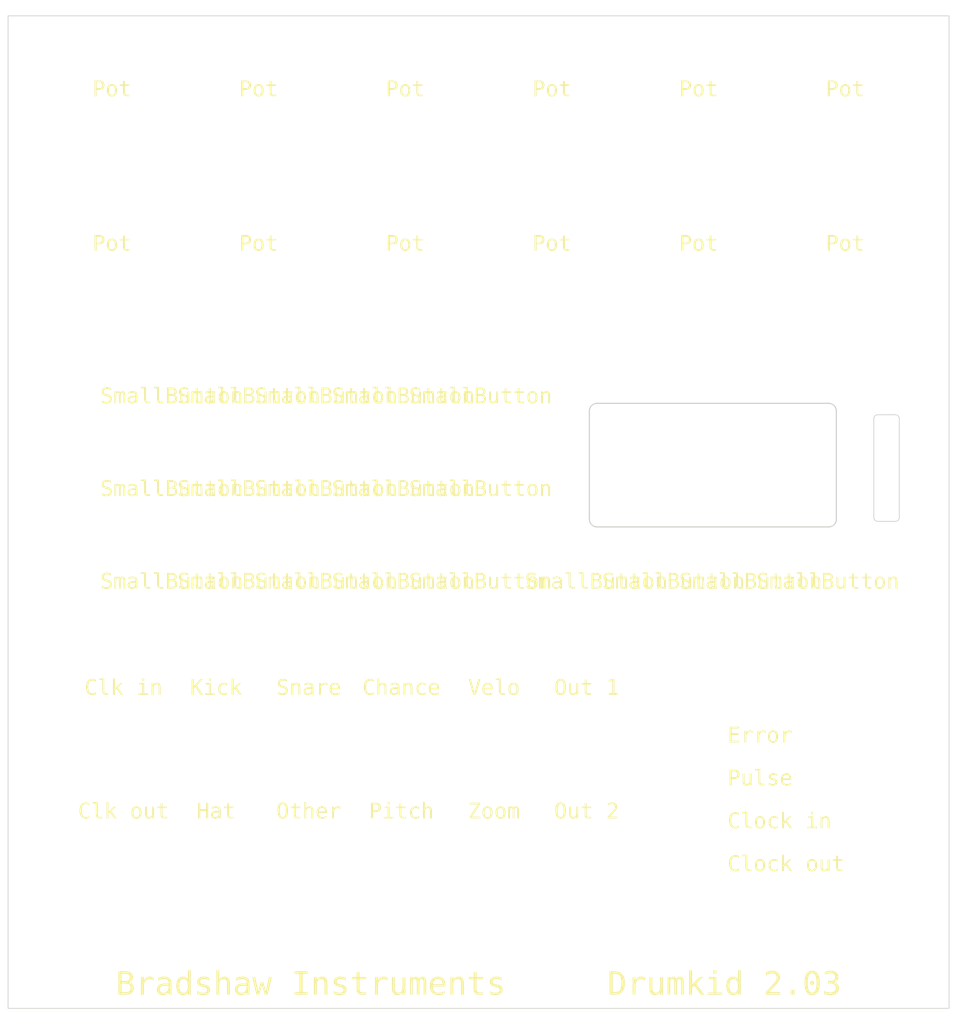
<source format=kicad_pcb>
(kicad_pcb (version 20221018) (generator pcbnew)
  (layers (0 "F.Cu" signal) (31 "B.Cu" signal) (34 "B.Paste" user) (35 "F.Paste" user) (36 "B.SilkS" user "B.Silkscreen") (37 "F.SilkS" user "F.Silkscreen") (38 "B.Mask" user) (39 "F.Mask" user) (44 "Edge.Cuts" user))
  (net 0 "")
  (footprint "Panel:Button_Hole" (layer "F.Cu") (at 105.25 99.25)
    (fp_text reference "H37")
    (fp_text value "SmallButton")
    (fp_text user "${VALUE}" (at 0 -3 unlocked) (layer "F.SilkS") (effects (font (size 2 2)) (justify bottom)))
    (pad "" np_thru_hole circle (at 0 0) (size 4.3 4.3) (drill 4.3) (layers "*.Cu" "*.Mask"))
  )
  (footprint "Panel:MountingHole_3.2mm_M3" (layer "F.Cu") (at 133.45 147.25)
    (fp_text reference "H4")
    (fp_text value "Rail")
    (pad "" np_thru_hole circle (at 0 0) (size 3.2 3.2) (drill 3.2) (layers "*.Cu" "*.Mask"))
  )
  (footprint "Panel:Jack_Hole" (layer "F.Cu") (at 94 116)
    (fp_text reference "H14")
    (fp_text value "Out 1")
    (fp_text user "${VALUE}" (at 0 -6 unlocked) (layer "F.SilkS") (effects (font (size 2 2)) (justify bottom)))
    (pad "" np_thru_hole circle (at 0 0) (size 6.4 6.4) (drill 6.4) (layers "*.Cu" "*.Mask"))
  )
  (footprint "Panel:Button_Hole" (layer "F.Cu") (at 80.25 99.25)
    (fp_text reference "H35")
    (fp_text value "SmallButton")
    (fp_text user "${VALUE}" (at 0 -3 unlocked) (layer "F.SilkS") (effects (font (size 2 2)) (justify bottom)))
    (pad "" np_thru_hole circle (at 0 0) (size 4.3 4.3) (drill 4.3) (layers "*.Cu" "*.Mask"))
  )
  (footprint "Panel:Pot_Hole" (layer "F.Cu") (at 127.5 38.5)
    (fp_text reference "H45")
    (fp_text value "Pot")
    (fp_text user "${VALUE}" (at 0 -6 unlocked) (layer "F.SilkS") (effects (font (size 2 2)) (justify bottom)))
    (pad "" np_thru_hole circle (at 0 0) (size 6.4 6.4) (drill 6.4) (layers "*.Cu" "*.Mask"))
  )
  (footprint "Panel:Pot_Hole" (layer "F.Cu") (at 51.5 38.5)
    (fp_text reference "H41")
    (fp_text value "Pot")
    (fp_text user "${VALUE}" (at 0 -6 unlocked) (layer "F.SilkS") (effects (font (size 2 2)) (justify bottom)))
    (pad "" np_thru_hole circle (at 0 0) (size 6.4 6.4) (drill 6.4) (layers "*.Cu" "*.Mask"))
  )
  (footprint "Panel:Jack_Hole" (layer "F.Cu") (at 70 116)
    (fp_text reference "H12")
    (fp_text value "Chance")
    (fp_text user "${VALUE}" (at 0 -6 unlocked) (layer "F.SilkS") (effects (font (size 2 2)) (justify bottom)))
    (pad "" np_thru_hole circle (at 0 0) (size 6.4 6.4) (drill 6.4) (layers "*.Cu" "*.Mask"))
  )
  (footprint "Panel:Jack_Hole" (layer "F.Cu") (at 94 132)
    (fp_text reference "H20")
    (fp_text value "Out 2")
    (fp_text user "${VALUE}" (at 0 -6 unlocked) (layer "F.SilkS") (effects (font (size 2 2)) (justify bottom)))
    (pad "" np_thru_hole circle (at 0 0) (size 6.4 6.4) (drill 6.4) (layers "*.Cu" "*.Mask"))
  )
  (footprint "Panel:Jack_Hole" (layer "F.Cu") (at 46 132)
    (fp_text reference "H16")
    (fp_text value "Hat")
    (fp_text user "${VALUE}" (at 0 -6 unlocked) (layer "F.SilkS") (effects (font (size 2 2)) (justify bottom)))
    (pad "" np_thru_hole circle (at 0 0) (size 6.4 6.4) (drill 6.4) (layers "*.Cu" "*.Mask"))
  )
  (footprint "Panel:Button_Hole" (layer "F.Cu") (at 60.25 75.25)
    (fp_text reference "H23")
    (fp_text value "SmallButton")
    (fp_text user "${VALUE}" (at 0 -3 unlocked) (layer "F.SilkS") (effects (font (size 2 2)) (justify bottom)))
    (pad "" np_thru_hole circle (at 0 0) (size 4.3 4.3) (drill 4.3) (layers "*.Cu" "*.Mask"))
  )
  (footprint "Panel:MountingHole_3.2mm_M3" (layer "F.Cu") (at 136 48)
    (fp_text reference "H6")
    (fp_text value "Standoff")
    (pad "" np_thru_hole circle (at 0 0) (size 3.2 3.2) (drill 3.2) (layers "*.Cu" "*.Mask"))
  )
  (footprint "Panel:Jack_Hole" (layer "F.Cu") (at 70 132)
    (fp_text reference "H18")
    (fp_text value "Pitch")
    (fp_text user "${VALUE}" (at 0 -6 unlocked) (layer "F.SilkS") (effects (font (size 2 2)) (justify bottom)))
    (pad "" np_thru_hole circle (at 0 0) (size 6.4 6.4) (drill 6.4) (layers "*.Cu" "*.Mask"))
  )
  (footprint "Panel:Pot_Hole" (layer "F.Cu") (at 70.5 38.5)
    (fp_text reference "H42")
    (fp_text value "Pot")
    (fp_text user "${VALUE}" (at 0 -6 unlocked) (layer "F.SilkS") (effects (font (size 2 2)) (justify bottom)))
    (pad "" np_thru_hole circle (at 0 0) (size 6.4 6.4) (drill 6.4) (layers "*.Cu" "*.Mask"))
  )
  (footprint "Panel:LED_Hole" (layer "F.Cu") (at 108.25 126.1)
    (fp_text reference "H54")
    (fp_text value "Clock in")
    (fp_text user "${VALUE}" (at 4 0 unlocked) (layer "F.SilkS") (effects (font (size 2 2)) (justify left)))
    (pad "" np_thru_hole circle (at 0 0) (size 3.2 3.2) (drill 3.2) (layers "*.Cu" "*.Mask"))
  )
  (footprint "Panel:LED_Hole" (layer "F.Cu") (at 108.25 115)
    (fp_text reference "H52")
    (fp_text value "Error")
    (fp_text user "${VALUE}" (at 4 0 unlocked) (layer "F.SilkS") (effects (font (size 2 2)) (justify left)))
    (pad "" np_thru_hole circle (at 0 0) (size 3.2 3.2) (drill 3.2) (layers "*.Cu" "*.Mask"))
  )
  (footprint "Panel:Jack_Hole" (layer "F.Cu") (at 34 116)
    (fp_text reference "H9")
    (fp_text value "Clk in")
    (fp_text user "${VALUE}" (at 0 -6 unlocked) (layer "F.SilkS") (effects (font (size 2 2)) (justify bottom)))
    (pad "" np_thru_hole circle (at 0 0) (size 6.4 6.4) (drill 6.4) (layers "*.Cu" "*.Mask"))
  )
  (footprint "Panel:Button_Hole" (layer "F.Cu") (at 125.25 99.25)
    (fp_text reference "H39")
    (fp_text value "SmallButton")
    (fp_text user "${VALUE}" (at 0 -3 unlocked) (layer "F.SilkS") (effects (font (size 2 2)) (justify bottom)))
    (pad "" np_thru_hole circle (at 0 0) (size 4.3 4.3) (drill 4.3) (layers "*.Cu" "*.Mask"))
  )
  (footprint "Panel:Jack_Hole" (layer "F.Cu") (at 58 132)
    (fp_text reference "H17")
    (fp_text value "Other")
    (fp_text user "${VALUE}" (at 0 -6 unlocked) (layer "F.SilkS") (effects (font (size 2 2)) (justify bottom)))
    (pad "" np_thru_hole circle (at 0 0) (size 6.4 6.4) (drill 6.4) (layers "*.Cu" "*.Mask"))
  )
  (footprint "Panel:Pot_Hole" (layer "F.Cu") (at 32.5 58.5)
    (fp_text reference "H46")
    (fp_text value "Pot")
    (fp_text user "${VALUE}" (at 0 -6 unlocked) (layer "F.SilkS") (effects (font (size 2 2)) (justify bottom)))
    (pad "" np_thru_hole circle (at 0 0) (size 6.4 6.4) (drill 6.4) (layers "*.Cu" "*.Mask"))
  )
  (footprint "Panel:Pot_Hole" (layer "F.Cu") (at 51.5 58.5)
    (fp_text reference "H47")
    (fp_text value "Pot")
    (fp_text user "${VALUE}" (at 0 -6 unlocked) (layer "F.SilkS") (effects (font (size 2 2)) (justify bottom)))
    (pad "" np_thru_hole circle (at 0 0) (size 6.4 6.4) (drill 6.4) (layers "*.Cu" "*.Mask"))
  )
  (footprint "Panel:MountingHole_3.2mm_M3" (layer "F.Cu") (at 26.55 147.25)
    (fp_text reference "H3")
    (fp_text value "Rail")
    (pad "" np_thru_hole circle (at 0 0) (size 3.2 3.2) (drill 3.2) (layers "*.Cu" "*.Mask"))
  )
  (footprint "Panel:Jack_Hole" (layer "F.Cu") (at 58 116)
    (fp_text reference "H11")
    (fp_text value "Snare")
    (fp_text user "${VALUE}" (at 0 -6 unlocked) (layer "F.SilkS") (effects (font (size 2 2)) (justify bottom)))
    (pad "" np_thru_hole circle (at 0 0) (size 6.4 6.4) (drill 6.4) (layers "*.Cu" "*.Mask"))
  )
  (footprint "Panel:Button_Hole" (layer "F.Cu") (at 115.25 99.25)
    (fp_text reference "H38")
    (fp_text value "SmallButton")
    (fp_text user "${VALUE}" (at 0 -3 unlocked) (layer "F.SilkS") (effects (font (size 2 2)) (justify bottom)))
    (pad "" np_thru_hole circle (at 0 0) (size 4.3 4.3) (drill 4.3) (layers "*.Cu" "*.Mask"))
  )
  (footprint "Panel:Button_Hole" (layer "F.Cu") (at 60.25 99.25)
    (fp_text reference "H33")
    (fp_text value "SmallButton")
    (fp_text user "${VALUE}" (at 0 -3 unlocked) (layer "F.SilkS") (effects (font (size 2 2)) (justify bottom)))
    (pad "" np_thru_hole circle (at 0 0) (size 4.3 4.3) (drill 4.3) (layers "*.Cu" "*.Mask"))
  )
  (footprint "Panel:Jack_Hole" (layer "F.Cu") (at 82 132)
    (fp_text reference "H19")
    (fp_text value "Zoom")
    (fp_text user "${VALUE}" (at 0 -6 unlocked) (layer "F.SilkS") (effects (font (size 2 2)) (justify bottom)))
    (pad "" np_thru_hole circle (at 0 0) (size 6.4 6.4) (drill 6.4) (layers "*.Cu" "*.Mask"))
  )
  (footprint "Panel:Button_Hole" (layer "F.Cu") (at 40.25 99.25)
    (fp_text reference "H31")
    (fp_text value "SmallButton")
    (fp_text user "${VALUE}" (at 0 -3 unlocked) (layer "F.SilkS") (effects (font (size 2 2)) (justify bottom)))
    (pad "" np_thru_hole circle (at 0 0) (size 4.3 4.3) (drill 4.3) (layers "*.Cu" "*.Mask"))
  )
  (footprint "Panel:MountingHole_3.2mm_M3" (layer "F.Cu") (at 24 48)
    (fp_text reference "H5")
    (fp_text value "Standoff")
    (pad "" np_thru_hole circle (at 0 0) (size 3.2 3.2) (drill 3.2) (layers "*.Cu" "*.Mask"))
  )
  (footprint "Panel:Jack_Hole" (layer "F.Cu") (at 34 132)
    (fp_text reference "H15")
    (fp_text value "Clk out")
    (fp_text user "${VALUE}" (at 0 -6 unlocked) (layer "F.SilkS") (effects (font (size 2 2)) (justify bottom)))
    (pad "" np_thru_hole circle (at 0 0) (size 6.4 6.4) (drill 6.4) (layers "*.Cu" "*.Mask"))
  )
  (footprint "Panel:Button_Hole" (layer "F.Cu") (at 70.25 75.25)
    (fp_text reference "H24")
    (fp_text value "SmallButton")
    (fp_text user "${VALUE}" (at 0 -3 unlocked) (layer "F.SilkS") (effects (font (size 2 2)) (justify bottom)))
    (pad "" np_thru_hole circle (at 0 0) (size 4.3 4.3) (drill 4.3) (layers "*.Cu" "*.Mask"))
  )
  (footprint "Panel:Pot_Hole" (layer "F.Cu") (at 70.5 58.5)
    (fp_text reference "H48")
    (fp_text value "Pot")
    (fp_text user "${VALUE}" (at 0 -6 unlocked) (layer "F.SilkS") (effects (font (size 2 2)) (justify bottom)))
    (pad "" np_thru_hole circle (at 0 0) (size 6.4 6.4) (drill 6.4) (layers "*.Cu" "*.Mask"))
  )
  (footprint "Panel:Pot_Hole" (layer "F.Cu") (at 32.5 38.5)
    (fp_text reference "H40")
    (fp_text value "Pot")
    (fp_text user "${VALUE}" (at 0 -6 unlocked) (layer "F.SilkS") (effects (font (size 2 2)) (justify bottom)))
    (pad "" np_thru_hole circle (at 0 0) (size 6.4 6.4) (drill 6.4) (layers "*.Cu" "*.Mask"))
  )
  (footprint "Panel:MountingHole_3.2mm_M3" (layer "F.Cu") (at 24 120)
    (fp_text reference "H7")
    (fp_text value "Standoff")
    (pad "" np_thru_hole circle (at 0 0) (size 3.2 3.2) (drill 3.2) (layers "*.Cu" "*.Mask"))
  )
  (footprint "Panel:Button_Hole" (layer "F.Cu") (at 70.25 99.25)
    (fp_text reference "H34")
    (fp_text value "SmallButton")
    (fp_text user "${VALUE}" (at 0 -3 unlocked) (layer "F.SilkS") (effects (font (size 2 2)) (justify bottom)))
    (pad "" np_thru_hole circle (at 0 0) (size 4.3 4.3) (drill 4.3) (layers "*.Cu" "*.Mask"))
  )
  (footprint "Panel:Button_Hole" (layer "F.Cu") (at 60.25 87.25)
    (fp_text reference "H28")
    (fp_text value "SmallButton")
    (fp_text user "${VALUE}" (at 0 -3 unlocked) (layer "F.SilkS") (effects (font (size 2 2)) (justify bottom)))
    (pad "" np_thru_hole circle (at 0 0) (size 4.3 4.3) (drill 4.3) (layers "*.Cu" "*.Mask"))
  )
  (footprint "Panel:MountingHole_3.2mm_M3" (layer "F.Cu") (at 133.45 24.75)
    (fp_text reference "H2")
    (fp_text value "Rail")
    (pad "" np_thru_hole circle (at 0 0) (size 3.2 3.2) (drill 3.2) (layers "*.Cu" "*.Mask"))
  )
  (footprint "Panel:Pot_Hole" (layer "F.Cu") (at 127.5 58.5)
    (fp_text reference "H51")
    (fp_text value "Pot")
    (fp_text user "${VALUE}" (at 0 -6 unlocked) (layer "F.SilkS") (effects (font (size 2 2)) (justify bottom)))
    (pad "" np_thru_hole circle (at 0 0) (size 6.4 6.4) (drill 6.4) (layers "*.Cu" "*.Mask"))
  )
  (footprint "Panel:Button_Hole" (layer "F.Cu") (at 50.25 87.25)
    (fp_text reference "H27")
    (fp_text value "SmallButton")
    (fp_text user "${VALUE}" (at 0 -3 unlocked) (layer "F.SilkS") (effects (font (size 2 2)) (justify bottom)))
    (pad "" np_thru_hole circle (at 0 0) (size 4.3 4.3) (drill 4.3) (layers "*.Cu" "*.Mask"))
  )
  (footprint "Panel:Pot_Hole" (layer "F.Cu") (at 89.5 38.5)
    (fp_text reference "H43")
    (fp_text value "Pot")
    (fp_text user "${VALUE}" (at 0 -6 unlocked) (layer "F.SilkS") (effects (font (size 2 2)) (justify bottom)))
    (pad "" np_thru_hole circle (at 0 0) (size 6.4 6.4) (drill 6.4) (layers "*.Cu" "*.Mask"))
  )
  (footprint "Panel:Pot_Hole" (layer "F.Cu") (at 108.5 58.5)
    (fp_text reference "H50")
    (fp_text value "Pot")
    (fp_text user "${VALUE}" (at 0 -6 unlocked) (layer "F.SilkS") (effects (font (size 2 2)) (justify bottom)))
    (pad "" np_thru_hole circle (at 0 0) (size 6.4 6.4) (drill 6.4) (layers "*.Cu" "*.Mask"))
  )
  (footprint "Panel:Button_Hole" (layer "F.Cu") (at 80.25 75.25)
    (fp_text reference "H25")
    (fp_text value "SmallButton")
    (fp_text user "${VALUE}" (at 0 -3 unlocked) (layer "F.SilkS") (effects (font (size 2 2)) (justify bottom)))
    (pad "" np_thru_hole circle (at 0 0) (size 4.3 4.3) (drill 4.3) (layers "*.Cu" "*.Mask"))
  )
  (footprint "Panel:LED_Hole" (layer "F.Cu") (at 108.25 120.55)
    (fp_text reference "H53")
    (fp_text value "Pulse")
    (fp_text user "${VALUE}" (at 4 0 unlocked) (layer "F.SilkS") (effects (font (size 2 2)) (justify left)))
    (pad "" np_thru_hole circle (at 0 0) (size 3.2 3.2) (drill 3.2) (layers "*.Cu" "*.Mask"))
  )
  (footprint "Panel:MountingHole_3.2mm_M3" (layer "F.Cu") (at 136 120)
    (fp_text reference "H8")
    (fp_text value "Standoff")
    (pad "" np_thru_hole circle (at 0 0) (size 3.2 3.2) (drill 3.2) (layers "*.Cu" "*.Mask"))
  )
  (footprint "Panel:Jack_Hole" (layer "F.Cu") (at 46 116)
    (fp_text reference "H10")
    (fp_text value "Kick")
    (fp_text user "${VALUE}" (at 0 -6 unlocked) (layer "F.SilkS") (effects (font (size 2 2)) (justify bottom)))
    (pad "" np_thru_hole circle (at 0 0) (size 6.4 6.4) (drill 6.4) (layers "*.Cu" "*.Mask"))
  )
  (footprint "Panel:Button_Hole" (layer "F.Cu") (at 50.25 99.25)
    (fp_text reference "H32")
    (fp_text value "SmallButton")
    (fp_text user "${VALUE}" (at 0 -3 unlocked) (layer "F.SilkS") (effects (font (size 2 2)) (justify bottom)))
    (pad "" np_thru_hole circle (at 0 0) (size 4.3 4.3) (drill 4.3) (layers "*.Cu" "*.Mask"))
  )
  (footprint "Panel:Button_Hole" (layer "F.Cu") (at 40.25 87.25)
    (fp_text reference "H26")
    (fp_text value "SmallButton")
    (fp_text user "${VALUE}" (at 0 -3 unlocked) (layer "F.SilkS") (effects (font (size 2 2)) (justify bottom)))
    (pad "" np_thru_hole circle (at 0 0) (size 4.3 4.3) (drill 4.3) (layers "*.Cu" "*.Mask"))
  )
  (footprint "Panel:Jack_Hole" (layer "F.Cu") (at 82 116)
    (fp_text reference "H13")
    (fp_text value "Velo")
    (fp_text user "${VALUE}" (at 0 -6 unlocked) (layer "F.SilkS") (effects (font (size 2 2)) (justify bottom)))
    (pad "" np_thru_hole circle (at 0 0) (size 6.4 6.4) (drill 6.4) (layers "*.Cu" "*.Mask"))
  )
  (footprint "Panel:Button_Hole" (layer "F.Cu") (at 40.25 75.25)
    (fp_text reference "H21")
    (fp_text value "SmallButton")
    (fp_text user "${VALUE}" (at 0 -3 unlocked) (layer "F.SilkS") (effects (font (size 2 2)) (justify bottom)))
    (pad "" np_thru_hole circle (at 0 0) (size 4.3 4.3) (drill 4.3) (layers "*.Cu" "*.Mask"))
  )
  (footprint "Panel:Button_Hole" (layer "F.Cu") (at 80.25 87.25)
    (fp_text reference "H30")
    (fp_text value "SmallButton")
    (fp_text user "${VALUE}" (at 0 -3 unlocked) (layer "F.SilkS") (effects (font (size 2 2)) (justify bottom)))
    (pad "" np_thru_hole circle (at 0 0) (size 4.3 4.3) (drill 4.3) (layers "*.Cu" "*.Mask"))
  )
  (footprint "Panel:MountingHole_3.2mm_M3" (layer "F.Cu") (at 26.55 24.75)
    (fp_text reference "H1")
    (fp_text value "Rail")
    (pad "" np_thru_hole circle (at 0 0) (size 3.2 3.2) (drill 3.2) (layers "*.Cu" "*.Mask"))
  )
  (footprint "Panel:Button_Hole" (layer "F.Cu") (at 50.25 75.25)
    (fp_text reference "H22")
    (fp_text value "SmallButton")
    (fp_text user "${VALUE}" (at 0 -3 unlocked) (layer "F.SilkS") (effects (font (size 2 2)) (justify bottom)))
    (pad "" np_thru_hole circle (at 0 0) (size 4.3 4.3) (drill 4.3) (layers "*.Cu" "*.Mask"))
  )
  (footprint "Panel:LED_Hole" (layer "F.Cu") (at 108.25 131.65)
    (fp_text reference "H55")
    (fp_text value "Clock out")
    (fp_text user "${VALUE}" (at 4 0 unlocked) (layer "F.SilkS") (effects (font (size 2 2)) (justify left)))
    (pad "" np_thru_hole circle (at 0 0) (size 3.2 3.2) (drill 3.2) (layers "*.Cu" "*.Mask"))
  )
  (footprint "Panel:Button_Hole" (layer "F.Cu") (at 95.25 99.25)
    (fp_text reference "H36")
    (fp_text value "SmallButton")
    (fp_text user "${VALUE}" (at 0 -3 unlocked) (layer "F.SilkS") (effects (font (size 2 2)) (justify bottom)))
    (pad "" np_thru_hole circle (at 0 0) (size 4.3 4.3) (drill 4.3) (layers "*.Cu" "*.Mask"))
  )
  (footprint "Panel:Pot_Hole" (layer "F.Cu") (at 89.5 58.5)
    (fp_text reference "H49")
    (fp_text value "Pot")
    (fp_text user "${VALUE}" (at 0 -6 unlocked) (layer "F.SilkS") (effects (font (size 2 2)) (justify bottom)))
    (pad "" np_thru_hole circle (at 0 0) (size 6.4 6.4) (drill 6.4) (layers "*.Cu" "*.Mask"))
  )
  (footprint "Panel:Pot_Hole" (layer "F.Cu") (at 108.5 38.5)
    (fp_text reference "H44")
    (fp_text value "Pot")
    (fp_text user "${VALUE}" (at 0 -6 unlocked) (layer "F.SilkS") (effects (font (size 2 2)) (justify bottom)))
    (pad "" np_thru_hole circle (at 0 0) (size 6.4 6.4) (drill 6.4) (layers "*.Cu" "*.Mask"))
  )
  (footprint "Panel:Button_Hole" (layer "F.Cu") (at 70.25 87.25)
    (fp_text reference "H29")
    (fp_text value "SmallButton")
    (fp_text user "${VALUE}" (at 0 -3 unlocked) (layer "F.SilkS") (effects (font (size 2 2)) (justify bottom)))
    (pad "" np_thru_hole circle (at 0 0) (size 4.3 4.3) (drill 4.3) (layers "*.Cu" "*.Mask"))
  )
  (gr_line (start 94.35 86.919998) (end 94.35 72.919998) (stroke (width 0.15)) (layer "Edge.Cuts"))
  (gr_arc (start 134.5 86.7) (mid 134.353553 87.053553) (end 134 87.2) (stroke (width 0.1)) (layer "Edge.Cuts"))
  (gr_arc (start 131.2 73.9) (mid 131.346447 73.546447) (end 131.7 73.4) (stroke (width 0.1)) (layer "Edge.Cuts"))
  (gr_line (start 125.35 87.919998) (end 95.35 87.919998) (stroke (width 0.15)) (layer "Edge.Cuts"))
  (gr_line (start 134.5 73.9) (end 134.5 86.7) (stroke (width 0.1)) (layer "Edge.Cuts"))
  (gr_arc (start 95.35 87.919998) (mid 94.642894 87.627105) (end 94.35 86.919998) (stroke (width 0.15)) (layer "Edge.Cuts"))
  (gr_line (start 131.7 73.4) (end 134 73.4) (stroke (width 0.1)) (layer "Edge.Cuts"))
  (gr_line (start 126.35 72.919998) (end 126.35 86.919998) (stroke (width 0.15)) (layer "Edge.Cuts"))
  (gr_arc (start 126.35 86.919998) (mid 126.057107 87.627104) (end 125.35 87.919998) (stroke (width 0.15)) (layer "Edge.Cuts"))
  (gr_arc (start 125.35 71.919998) (mid 126.057106 72.212891) (end 126.35 72.919998) (stroke (width 0.15)) (layer "Edge.Cuts"))
  (gr_line (start 95.35 71.919998) (end 125.35 71.919998) (stroke (width 0.15)) (layer "Edge.Cuts"))
  (gr_arc (start 134 73.4) (mid 134.353553 73.546447) (end 134.5 73.9) (stroke (width 0.1)) (layer "Edge.Cuts"))
  (gr_line (start 131.2 86.7) (end 131.2 73.9) (stroke (width 0.1)) (layer "Edge.Cuts"))
  (gr_line (start 134 87.2) (end 131.7 87.2) (stroke (width 0.1)) (layer "Edge.Cuts"))
  (gr_arc (start 94.35 72.919998) (mid 94.642893 72.212892) (end 95.35 71.919998) (stroke (width 0.15)) (layer "Edge.Cuts"))
  (gr_rect (start 19.05 21.75) (end 140.95 150.25) (stroke (width 0.1)) (fill none) (layer "Edge.Cuts"))
  (gr_arc (start 131.7 87.2) (mid 131.346447 87.053553) (end 131.2 86.7) (stroke (width 0.1)) (layer "Edge.Cuts"))
  (gr_text "Drumkid 2.03" (at 127 149) (layer "F.SilkS") (effects (font (size 3 3) (thickness 0.1875)) (justify right bottom)))
  (gr_text "Bradshaw Instruments" (at 33 149) (layer "F.SilkS") (effects (font (size 3 3) (thickness 0.1875)) (justify left bottom)))
)
</source>
